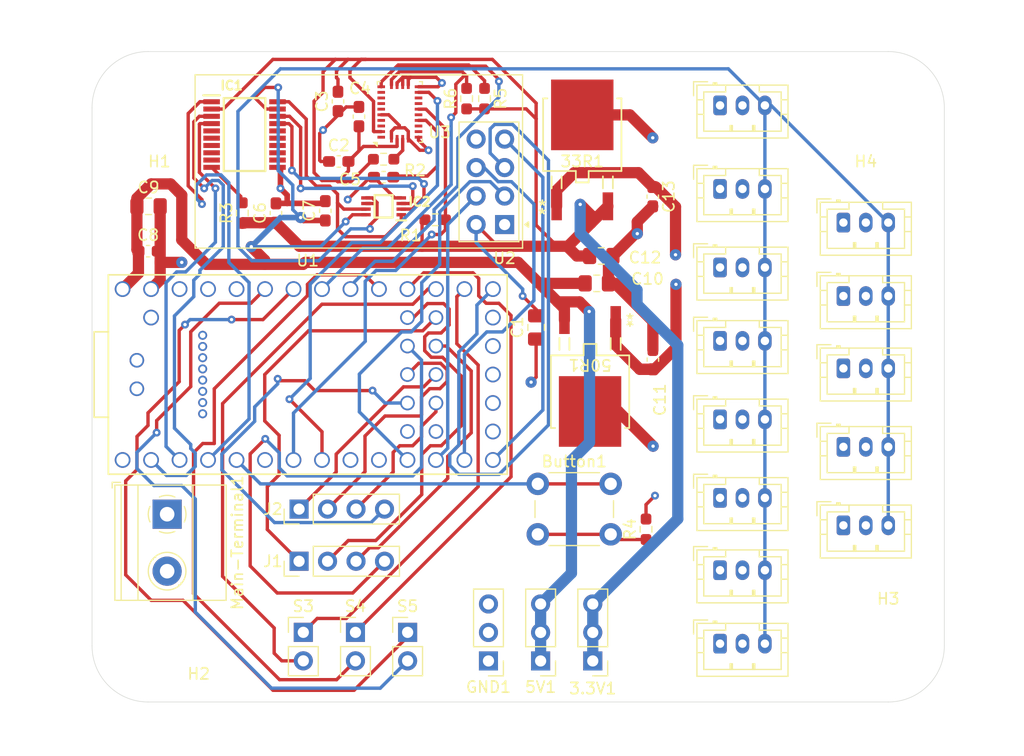
<source format=kicad_pcb>
(kicad_pcb (version 20240108) (generator "pcbnew") (generator_version "8.0")
  (layers (0 "F.Cu" signal) (1 "In1.Cu" signal "PWR") (2 "In2.Cu" signal "GND") (31 "B.Cu" signal) (34 "B.Paste" user) (35 "F.Paste" user) (36 "B.SilkS" user "B.Silkscreen") (37 "F.SilkS" user "F.Silkscreen") (38 "B.Mask" user) (39 "F.Mask" user) (44 "Edge.Cuts" user))
  (net 0 "")
  (net 1 "+3.3V")
  (net 2 "+5V")
  (net 3 "VCC")
  (net 4 "Net-(Button1-Pad2)")
  (net 5 "Net-(U3-CAP)")
  (net 7 "/servo_tx1")
  (net 9 "Net-(IC1-B2)")
  (net 13 "/servo_dir")
  (net 14 "Net-(IC1-B1)")
  (net 15 "Net-(IC1-B3)")
  (net 19 "Net-(IC1-OE)")
  (net 22 "/servo_rx1")
  (net 23 "Net-(IC2-A2)")
  (net 24 "Net-(J1-Pin_2)")
  (net 25 "Net-(J1-Pin_3)")
  (net 26 "Net-(J1-Pin_1)")
  (net 27 "Net-(J1-Pin_4)")
  (net 28 "Net-(J2-Pin_4)")
  (net 29 "Net-(J2-Pin_2)")
  (net 30 "Net-(J2-Pin_1)")
  (net 31 "Net-(J2-Pin_3)")
  (net 32 "/BNO_RESET")
  (net 33 "Net-(U3-~{BOOT_LOAD_PIN})")
  (net 34 "/SDA")
  (net 35 "/SCL")
  (net 36 "/serial_tx3")
  (net 37 "/serial_rx3")
  (net 38 "/serial_rx4")
  (net 39 "/serial_tx5")
  (net 40 "/serial_rx5")
  (net 41 "/NRF_CS")
  (net 42 "/NRF_SCK")
  (net 43 "/BNO_INT")
  (net 47 "/serial_tx4")
  (net 52 "/NRF_MOSI")
  (net 59 "/NRF_CE")
  (net 66 "/NRF_MISO")
  (net 80 "GND")
  (net 81 "/button_pin")
  (footprint "Capacitor_SMD:C_0805_2012Metric_Pad1.18x1.45mm_HandSolder" (layer "F.Cu") (at 114.0375 80)
    (property "Reference" "C9")
    (property "Value" "10uF")
  )
  (footprint "Resistor_SMD:R_0603_1608Metric_Pad0.98x0.95mm_HandSolder" (layer "F.Cu") (at 122.4 80.6 90)
    (property "Reference" "R3")
    (property "Value" "10K")
  )
  (footprint "Connector_PinHeader_2.54mm:PinHeader_1x03_P2.54mm_Vertical" (layer "F.Cu") (at 153.65 120.54 180)
    (property "Reference" "3.3V1")
    (property "Value" "Conn_01x03_Pin")
  )
  (footprint "Capacitor_SMD:C_0805_2012Metric_Pad1.18x1.45mm_HandSolder" (layer "F.Cu") (at 154.41 84.43)
    (property "Reference" "C12")
    (property "Value" "10uF")
  )
  (footprint "Button_Switch_THT:SW_PUSH_6mm" (layer "F.Cu") (at 148.75 104.75)
    (property "Reference" "Button1")
    (property "Value" "Push_Button")
  )
  (footprint "Connector_PinHeader_2.54mm:PinHeader_1x03_P2.54mm_Vertical" (layer "F.Cu") (at 149 120.54 180)
    (property "Reference" "5V1")
    (property "Value" "Conn_01x03_Pin")
  )
  (footprint "Capacitor_SMD:C_0603_1608Metric_Pad1.08x0.95mm_HandSolder" (layer "F.Cu") (at 135 77.4)
    (property "Reference" "C5")
    (property "Value" "0.1uF")
  )
  (footprint "MountingHole:MountingHole_3.2mm_M3" (layer "F.Cu") (at 180 119.2)
    (property "Reference" "H3")
    (property "Value" "MountingHole")
  )
  (footprint "Resistor_SMD:R_0603_1608Metric_Pad0.98x0.95mm_HandSolder" (layer "F.Cu") (at 158.4 108.8 90)
    (property "Reference" "R4")
    (property "Value" "10K")
  )
  (footprint "MountingHole:MountingHole_3.2mm_M3" (layer "F.Cu") (at 180 71.2)
    (property "Reference" "H4")
    (property "Value" "MountingHole")
  )
  (footprint "Connector_PinHeader_2.54mm:PinHeader_1x03_P2.54mm_Vertical" (layer "F.Cu") (at 144.35 120.54 180)
    (property "Reference" "GND1")
    (property "Value" "Conn_01x03_Pin")
  )
  (footprint "Capacitor_SMD:C_0603_1608Metric_Pad1.08x0.95mm_HandSolder" (layer "F.Cu") (at 125.4 80.6 90)
    (property "Reference" "C6")
    (property "Value" "0.1uF")
  )
  (footprint "Capacitor_SMD:C_0603_1608Metric_Pad1.08x0.95mm_HandSolder" (layer "F.Cu") (at 159.01 93.67 90)
    (property "Reference" "C11")
    (property "Value" "0.1uF")
  )
  (footprint "Package_LGA:LGA-28_5.2x3.8mm_P0.5mm" (layer "F.Cu") (at 136.45 71.5875 90)
    (property "Reference" "U3")
    (property "Value" "BNO055")
  )
  (footprint "Resistor_SMD:R_0603_1608Metric_Pad0.98x0.95mm_HandSolder" (layer "F.Cu") (at 144 70.4 -90)
    (property "Reference" "R5")
    (property "Value" "10k")
  )
  (footprint "Resistor_SMD:R_0603_1608Metric_Pad0.98x0.95mm_HandSolder" (layer "F.Cu") (at 142.4 70.4 90)
    (property "Reference" "R6")
    (property "Value" "10k")
  )
  (footprint "MountingHole:MountingHole_3.2mm_M3" (layer "F.Cu") (at 114 71.2)
    (property "Reference" "H1")
    (property "Value" "MountingHole")
  )
  (footprint "Capacitor_SMD:C_0603_1608Metric_Pad1.08x0.95mm_HandSolder" (layer "F.Cu") (at 129.8 80.4 90)
    (property "Reference" "C7")
    (property "Value" "0.1uF")
  )
  (footprint "Connector_JST:JST_PH_B3B-PH-K_1x03_P2.00mm_Vertical" (layer "F.Cu") (at 165 71)
    (property "Reference" "servo11" (hide yes))
    (property "Value" "Conn_01x03_Socket")
  )
  (footprint "Capacitor_SMD:C_0805_2012Metric_Pad1.18x1.45mm_HandSolder" (layer "F.Cu") (at 154.01 86.87)
    (property "Reference" "C10")
    (property "Value" "10uF")
  )
  (footprint "TerminalBlock_Phoenix:TerminalBlock_Phoenix_MKDS-1,5-2-5.08_1x02_P5.08mm_Horizontal" (layer "F.Cu") (at 115.695 107.455 -90)
    (property "Reference" "Main-Terminal1")
    (property "Value" "Main Terminal")
  )
  (footprint "Connector_JST:JST_PH_B3B-PH-K_1x03_P2.00mm_Vertical" (layer "F.Cu") (at 176 108.45)
    (property "Reference" "servo10" (hide yes))
    (property "Value" "Conn_01x03_Socket")
  )
  (footprint "Resistor_SMD:R_0603_1608Metric_Pad0.98x0.95mm_HandSolder" (layer "F.Cu") (at 135 75.8)
    (property "Reference" "R2")
    (property "Value" "10K")
  )
  (footprint "Capacitor_SMD:C_0603_1608Metric_Pad1.08x0.95mm_HandSolder" (layer "F.Cu") (at 131 76)
    (property "Reference" "C2")
    (property "Value" "0.1uF")
  )
  (footprint "Connector_JST:JST_PH_B3B-PH-K_1x03_P2.00mm_Vertical" (layer "F.Cu") (at 165 85.45)
    (property "Reference" "servo1" (hide yes))
    (property "Value" "Conn_01x03_Socket")
  )
  (footprint "Connector_PinHeader_2.54mm:PinHeader_1x02_P2.54mm_Vertical" (layer "F.Cu") (at 132.49 117.99)
    (property "Reference" "S4")
    (property "Value" "SERIAL8")
  )
  (footprint "Connector_JST:JST_PH_B3B-PH-K_1x03_P2.00mm_Vertical" (layer "F.Cu") (at 165 112.45)
    (property "Reference" "servo9" (hide yes))
    (property "Value" "Conn_01x03_Socket")
  )
  (footprint "Connector_JST:JST_PH_B3B-PH-K_1x03_P2.00mm_Vertical" (layer "F.Cu") (at 176 88)
    (property "Reference" "servo3" (hide yes))
    (property "Value" "Conn_01x03_Socket")
  )
  (footprint "Connector_JST:JST_PH_B3B-PH-K_1x03_P2.00mm_Vertical" (layer "F.Cu") (at 176 94.45)
    (property "Reference" "servo7" (hide yes))
    (property "Value" "Conn_01x03_Socket")
  )
  (footprint "NC7WZ241K8X:SOP50P310X90-8N" (layer "F.Cu") (at 135 80 180)
    (property "Reference" "IC2")
    (property "Value" "NC7WZ241K8X" (hide yes))
  )
  (footprint "Connector_JST:JST_PH_B3B-PH-K_1x03_P2.00mm_Vertical" (layer "F.Cu") (at 176 101.45)
    (property "Reference" "servo5" (hide yes))
    (property "Value" "Conn_01x03_Socket")
  )
  (footprint "TXB0108PWR:SOP65P640X120-20N" (layer "F.Cu") (at 122.6 73.6)
    (property "Reference" "IC1")
    (property "Value" "TXB0108PWR" (hide yes))
  )
  (footprint "Connector_JST:JST_PH_B3B-PH-K_1x03_P2.00mm_Vertical" (layer "F.Cu") (at 165 99)
    (property "Reference" "servo8" (hide yes))
    (property "Value" "Conn_01x03_Socket")
  )
  (footprint "MountingHole:MountingHole_3.2mm_M3" (layer "F.Cu") (at 114 119.2)
    (property "Reference" "H2")
    (property "Value" "MountingHole")
  )
  (footprint "footprints:DPAK_STM" (layer "F.Cu") (at 153.41 96.5289 180)
    (property "Reference" "50R1")
    (property "Value" "LD29150DT50R")
  )
  (footprint "Capacitor_SMD:C_0805_2012Metric_Pad1.18x1.45mm_HandSolder" (layer "F.Cu") (at 148.6 90.8 90)
    (property "Reference" "C1")
    (property "Value" "10uF")
  )
  (footprint "Connector_JST:JST_PH_B3B-PH-K_1x03_P2.00mm_Vertical" (layer "F.Cu") (at 165 92)
    (property "Reference" "servo4" (hide yes))
    (property "Value" "Conn_01x03_Socket")
  )
  (footprint "Capacitor_SMD:C_0603_1608Metric_Pad1.08x0.95mm_HandSolder" (layer "F.Cu") (at 159 79.1375 -90)
    (property "Reference" "C13")
    (property "Value" "0.1uF")
  )
  (footprint "footprints:DPAK_STM" (layer "F.Cu") (at 152.714 73.6119)
    (property "Reference" "33R1")
    (property "Value" "LD29150DT33R")
  )
  (footprint "Connector_PinHeader_2.54mm:PinHeader_1x02_P2.54mm_Vertical" (layer "F.Cu") (at 137.14 117.99)
    (property "Reference" "S5")
    (property "Value" "CAN_SERIAL3")
  )
  (footprint "Capacitor_SMD:C_0603_1608Metric_Pad1.08x0.95mm_HandSolder" (layer "F.Cu") (at 132.8 72 90)
    (property "Reference" "C4")
    (property "Value" "0.1uF")
  )
  (footprint "Resistor_SMD:R_0603_1608Metric_Pad0.98x0.95mm_HandSolder" (layer "F.Cu") (at 139.6 81.2)
    (property "Reference" "R1")
    (property "Value" "10K")
  )
  (footprint "Connector_JST:JST_PH_B3B-PH-K_1x03_P2.00mm_Vertical" (layer "F.Cu") (at 176 81.45)
    (property "Reference" "servo2" (hide yes))
    (property "Value" "Conn_01x03_Socket")
  )
  (footprint "Connector_PinHeader_2.54mm:PinHeader_1x04_P2.54mm_Vertical" (layer "F.Cu") (at 127.46 107 90)
    (property "Reference" "J2")
    (property "Value" "Conn_01x04_Pin")
  )
  (footprint "Capacitor_SMD:C_0603_1608Metric_Pad1.08x0.95mm_HandSolder" (layer "F.Cu") (at 130.93 70.6475 90)
    (property "Reference" "C3")
    (property "Value" "0.0068uF")
  )
  (footprint "Connector_PinHeader_2.54mm:PinHeader_1x02_P2.54mm_Vertical" (layer "F.Cu") (at 127.84 117.99)
    (property "Reference" "S3")
    (property "Value" "SERIAL7")
  )
  (footprint "Connector_JST:JST_PH_B3B-PH-K_1x03_P2.00mm_Vertical" (layer "F.Cu") (at 165 106)
    (property "Reference" "servo6" (hide yes))
    (property "Value" "Conn_01x03_Socket")
  )
  (footprint "Connector_JST:JST_PH_B3B-PH-K_1x03_P2.00mm_Vertical" (layer "F.Cu") (at 165 78.45)
    (property "Reference" "servo13" (hide yes))
    (property "Value" "Conn_01x03_Socket")
  )
  (footprint "Capacitor_SMD:C_0603_1608Metric_Pad1.08x0.95mm_HandSolder" (layer "F.Cu") (at 114 84)
    (property "Reference" "C8")
    (property "Value" "0.1uF")
  )
  (footprint "Connector_PinHeader_2.54mm:PinHeader_1x04_P2.54mm_Vertical" (layer "F.Cu") (at 127.46 111.65 90)
    (property "Reference" "J1")
    (property "Value" "Conn_01x04_Pin")
  )
  (footprint "Connector_JST:JST_PH_B3B-PH-K_1x03_P2.00mm_Vertical" (layer "F.Cu") (at 165 119)
    (property "Reference" "servo12" (hide yes))
    (property "Value" "Conn_01x03_Socket")
  )
  (footprint "RF_Module:nRF24L01_Breakout" (layer "F.Cu") (at 145.7895 81.625 180)
    (property "Reference" "U2")
    (property "Value" "NRF24")
  )
  (footprint "teensy.pretty-master:Teensy40_SMT" (layer "F.Cu") (at 128.235 95)
    (property "Reference" "U1")
    (property "Value" "Teensy4.0")
  )
  (gr_line (start 180 66.2) (end 114 66.2) (stroke (width 0.05)) (layer "Edge.Cuts"))
  (gr_line (start 185 119.2) (end 185 71.2) (stroke (width 0.05)) (layer "Edge.Cuts"))
  (gr_arc (start 114 124.2) (mid 110.464466 122.735534) (end 109 119.2) (stroke (width 0.05)) (layer "Edge.Cuts"))
  (gr_line (start 114 124.2) (end 180 124.2) (stroke (width 0.05)) (layer "Edge.Cuts"))
  (gr_arc (start 185 119.2) (mid 183.535534 122.735534) (end 180 124.2) (stroke (width 0.05)) (layer "Edge.Cuts"))
  (gr_arc (start 109 71.2) (mid 110.464466 67.664466) (end 114 66.2) (stroke (width 0.05)) (layer "Edge.Cuts"))
  (gr_line (start 109 71.2) (end 109 119.2) (stroke (width 0.05)) (layer "Edge.Cuts"))
  (gr_arc (start 180 66.2) (mid 183.535534 67.664466) (end 185 71.2) (stroke (width 0.05)) (layer "Edge.Cuts"))
  (segment (start 132 67.9) (end 132 68.5375) (width 0.3) (layer "F.Cu") (net 1))
  (segment (start 124 81.4625) (end 122.45 81.4625) (width 1) (layer "F.Cu") (net 1))
  (segment (start 150.4825 83.5625) (end 148.6 81.68) (width 0.3) (layer "F.Cu") (net 1))
  (segment (start 132.8 72.8625) (end 132.8 75.0625) (width 0.3) (layer "F.Cu") (net 1))
  (segment (start 153.485 80.785) (end 152.53 79.83) (width 1) (layer "F.Cu") (net 1))
  (segment (start 143.2495 81.625) (end 145.187 83.5625) (width 0.3) (layer "F.Cu") (net 1))
  (segment (start 153.485 81.515) (end 153.485 80.785) (width 1) (layer "F.Cu") (net 1))
  (segment (start 132.0875 77.8) (end 130.907107 77.8) (width 0.3) (layer "F.Cu") (net 1))
  (segment (start 130.807107 77.7) (end 129.5 77.7) (width 0.3) (layer "F.Cu") (net 1))
  (segment (start 130.8 68.5375) (end 130.8 67.92) (width 0.3) (layer "F.Cu") (net 1))
  (segment (start 129.6 69.825) (end 129.6 68) (width 0.3) (layer "F.Cu") (net 1))
  (segment (start 133.2 74.6625) (end 136.177 74.6625) (width 0.3) (layer "F.Cu") (net 1))
  (segment (start 130.907107 77.8) (end 130.807107 77.7) (width 0.3) (layer "F.Cu") (net 1))
  (segment (start 119.662 71.325) (end 120.6995 71.325) (width 0.3) (layer "F.Cu") (net 1))
  (segment (start 120.6995 71.325) (end 125.1245 66.9) (width 0.3) (layer "F.Cu") (net 1))
  (segment (start 144.7 66.9) (end 148.6 70.8) (width 0.3) (layer "F.Cu") (net 1))
  (segment (start 147.7125 71.3125) (end 148.6 72.2) (width 0.3) (layer "F.Cu") (net 1))
  (segment (start 136.177 74.6625) (end 136.2 74.6395) (width 0.3) (layer "F.Cu") (net 1))
  (segment (start 138.43 81.4575) (end 138.43 83.5625) (width 0.3) (layer "F.Cu") (net 1))
  (segment (start 130.93 69.785) (end 130.93 68.6675) (width 0.3) (layer "F.Cu") (net 1))
  (segment (start 133.4 66.9) (end 144.7 66.9) (width 0.3) (layer "F.Cu") (net 1))
  (segment (start 151.3625 83.5625) (end 151.4 83.6) (width 1) (layer "F.Cu") (net 1))
  (segment (start 153.485 81.515) (end 151.4 83.6) (width 1) (layer "F.Cu") (net 1))
  (segment (start 125.4 81.4625) (end 124 81.4625) (width 1) (layer "F.Cu") (net 1))
  (segment (start 145.26 83.5625) (end 138.43 83.5625) (width 1) (layer "F.Cu") (net 1))
  (segment (start 148.6 89.2) (end 147.4 88) (width 0.3) (layer "F.Cu") (net 1))
  (segment (start 132 68.5375) (end 134.1 70.6375) (width 0.3) (layer "F.Cu") (net 1))
  (segment (start 136.2 74.6395) (end 136.2 73.975) (width 0.3) (layer "F.Cu") (net 1))
  (segment (start 152.23 84.43) (end 151.4 83.6) (width 1) (layer "F.Cu") (net 1))
  (segment (start 134.1375 73.3375) (end 134.7875 73.3375) (width 0.3) (layer "F.Cu") (net 1))
  (segment (start 129.5 77.7) (end 128.8 77) (width 0.3) (layer "F.Cu") (net 1))
  (segment (start 142.4 71.3125) (end 144 71.3125) (width 0.3) (layer "F.Cu") (net 1))
  (segment (start 130.7 66.9) (end 131.82 66.9) (width 0.3) (layer "F.Cu") (net 1))
  (segment (start 151.3625 83.5625) (end 150.4825 83.5625) (width 0.3) (layer "F.Cu") (net 1))
  (segment (start 134.1 73.3) (end 134.1375 73.3375) (width 0.3) (layer "F.Cu") (net 1))
  (segment (start 131.8625 76.844607) (end 130.907107 77.8) (width 0.3) (layer "F.Cu") (net 1))
  (segment (start 138.43 83.5625) (end 127.5 83.5625) (width 1) (layer "F.Cu") (net 1))
  (segment (start 144 71.3125) (end 147.7125 71.3125) (width 0.3) (layer "F.Cu") (net 1))
  (segment (start 125.1245 66.9) (end 130.7 66.9) (width 0.3) (layer "F.Cu") (net 1))
  (segment (start 134.0875 75.8) (end 132.0875 77.8) (width 0.3) (layer "F.Cu") (net 1))
  (segment (start 133 66.9) (end 132 67.9) (width 0.3) (layer "F.Cu") (net 1))
  (segment (start 128.8 70.625) (end 129.6 69.825) (width 0.3) (layer "F.Cu") (net 1))
  (segment (start 132.8 75.0625) (end 131.8625 76) (width 0.3) (layer "F.Cu") (net 1))
  (segment (start 128.8 77) (end 128.8 70.625) (width 0.3) (layer "F.Cu") (net 1))
  (segment (start 133.4 66.9) (end 133 66.9) (width 0.3) (layer "F.Cu") (net 1))
  (segment (start 131.8625 76) (end 133.2 74.6625) (width 0.3) (layer "F.Cu") (net 1))
  (segment (start 130.93 68.6675) (end 130.8 68.5375) (width 0.3) (layer "F.Cu") (net 1))
  (segment (start 145.187 83.5625) (end 145.26 83.5625) (width 0.3) (layer "F.Cu") (net 1))
  (segment (start 131.82 66.9) (end 133.4 66.9) (width 0.3) (layer "F.Cu") (net 1))
  (segment (start 127.5 83.5625) (end 125.4 81.4625) (width 1) (layer "F.Cu") (net 1))
  (segment (start 130.8 67.92) (end 131.82 66.9) (width 0.3) (layer "F.Cu") (net 1))
  (segment (start 129.6 68) (end 130.7 66.9) (width 0.3) (layer "F.Cu") (net 1))
  (segment (start 148.6 81.68) (end 148.6 72.2) (width 0.3) (layer "F.Cu") (net 1))
  (segment (start 148.6 70.8) (end 148.6 72.2) (width 0.3) (layer "F.Cu") (net 1))
  (segment (start 153.3725 84.43) (end 152.23 84.43) (width 1) (layer "F.Cu") (net 1))
  (segment (start 134.1 70.6375) (end 134.1 73.3) (width 0.3) (layer "F.Cu") (net 1))
  (segment (start 151.3625 83.5625) (end 145.26 83.5625) (width 1) (layer "F.Cu") (net 1))
  (segment (start 131.8625 76) (end 131.8625 76.844607) (width 0.3) (layer "F.Cu") (net 1))
  (segment (start 155 80) (end 153.485 81.515) (width 1) (layer "F.Cu") (net 1))
  (segment (start 138.6875 81.2) (end 138.43 81.4575) (width 0.3) (layer "F.Cu") (net 1))
  (segment (start 122.45 81.4625) (end 122.4 81.5125) (width 1) (layer "F.Cu") (net 1))
  (segment (start 148.6 89.7625) (end 148.6 89.2) (width 0.3) (layer "F.Cu") (net 1))
  (via (at 147.4 88) (size 0.7) (drill 0.3) (layers "F.Cu" "B.Cu") (net 1))
  (via (at 152.53 79.83) (size 1) (drill 0.3) (layers "F.Cu" "B.Cu") (net 1))
  (segment (start 147.4 87.38) (end 147.4 88) (width 0.3) (layer "B.Cu") (net 1))
  (segment (start 161.23 107.88) (end 153.65 115.46) (width 1) (layer "B.Cu") (net 1))
  (segment (start 143.2495 83.2295) (end 147.4 87.38) (width 0.3) (layer "B.Cu") (net 1))
  (segment (start 152.53 82.39) (end 157.597057 87.457057) (width 1) (layer "B.Cu") (net 1))
  (segment (start 147.4 88) (end 147.26 88) (width 0.3) (layer "B.Cu") (net 1))
  (segment (start 143.2495 81.625) (end 143.2495 83.2295) (width 0.3) (layer "B.Cu") (net 1))
  (segment (start 157.597057 87.457057) (end 157.597057 88.747057) (width 1) (layer "B.Cu") (net 1))
  (segment (start 153.65 115.46) (end 153.65 120.54) (width 1) (layer "B.Cu") (net 1))
  (segment (start 152.53 79.83) (end 152.53 82.39) (width 1) (layer "B.Cu") (net 1))
  (segment (start 157.597057 88.747057) (end 161.23 92.38) (width 1) (layer "B.Cu") (net 1))
  (segment (start 161.23 92.38) (end 161.23 107.88) (width 1) (layer "B.Cu") (net 1))
  (segment (start 150.52 88.52) (end 151.124 89.124) (width 1) (layer "F.Cu") (net 2))
  (segment (start 113 80) (end 113 83.8625) (width 1) (layer "F.Cu") (net 2))
  (segment (start 147 85) (end 149.14 87.14) (width 1) (layer "F.Cu") (net 2))
  (segment (start 116.7 78.7) (end 116 78) (width 1) (layer "F.Cu") (net 2))
  (segment (start 125.538 71.325) (end 124.5255 71.325) (width 0.3) (layer "F.Cu") (net 2))
  (segment (start 116 78) (end 114.275 78) (width 1) (layer "F.Cu") (net 2))
  (segment (start 124.4 69.4) (end 125.6 69.4) (width 0.3) (layer "F.Cu") (net 2))
  (segment (start 117 79) (end 116.7 78.7) (width 1) (layer "F.Cu") (net 2))
  (segment (start 151.124 89.124) (end 151.124 90.1408) (width 1) (layer "F.Cu") (net 2))
  (segment (start 124.4 85.175) (end 124.4 84.8) (width 1) (layer "F.Cu") (net 2))
  (segment (start 127.825 85.175) (end 128 85) (width 1) (layer "F.Cu") (net 2))
  (segment (start 114.275 78) (end 113 79.275) (width 1) (layer "F.Cu") (net 2))
  (segment (start 149.41 86.87) (end 149.14 87.14) (width 1) (layer "F.Cu") (net 2))
  (segment (start 113 79.275) (end 113 80) (width 1) (layer "F.Cu") (net 2))
  (segment (start 150.52 88.52) (end 152.47 88.52) (width 1) (layer "F.Cu") (net 2))
  (segment (start 132.23 80.75) (end 131.62 81.36) (width 0.3) (layer "F.Cu") (net 2))
  (segment (start 149.14 87.14) (end 150.52 88.52) (width 1) (layer "F.Cu") (net 2))
  (segment (start 113 83.8625) (end 113.1375 84) (width 1) (layer "F.Cu") (net 2))
  (segment (start 124.4 85.175) (end 127.825 85.175) (width 1) (layer "F.Cu") (net 2))
  (segment (start 117 83) (end 117 79) (width 1) (layer "F.Cu") (net 2))
  (segment (start 113.1375 84) (end 113.1375 85.9675) (width 1) (layer "F.Cu") (net 2))
  (segment (start 128 85) (end 147 85) (width 1) (layer "F.Cu") (net 2))
  (segment (start 123.50025 70.29975) (end 124.4 69.4) (width 0.3) (layer "F.Cu") (net 2))
  (segment (start 129.8 81.2625) (end 127.8625 81.2625) (width 0.5) (layer "F.Cu") (net 2))
  (segment (start 124.4 85.175) (end 119.175 85.175) (width 1) (layer "F.Cu") (net 2))
  (segment (start 152.9725 86.87) (end 149.41 86.87) (width 1) (layer "F.Cu") (net 2))
  (segment (start 152.47 88.52) (end 153.33 89.38) (width 1) (layer "F.Cu") (net 2))
  (segment (start 124.5255 71.325) (end 123.50025 70.29975) (width 0.3) (layer "F.Cu") (net 2))
  (segment (start 133.425 80.75) (end 132.23 80.75) (width 0.3) (layer "F.Cu") (net 2))
  (segment (start 124.4 84.8) (end 123.2 83.6) (width 1) (layer "F.Cu") (net 2))
  (segment (start 113.1375 85.9675) (end 111.725 87.38) (width 1) (layer "F.Cu") (net 2))
  (segment (start 127.8625 81.2625) (end 127.6 81) (width 0.5) (layer "F.Cu") (net 2))
  (segment (start 119.175 85.175) (end 117 83) (width 1) (layer "F.Cu") (net 2))
  (via (at 131.62 81.36) (size 0.7) (drill 0.3) (layers "F.Cu" "B.Cu") (net 2))
  (via (at 123.2 83.6) (size 1) (drill 0.3) (layers "F.Cu" "B.Cu") (net 2))
  (via (at 127.6 81) (size 1) (drill 0.3) (layers "F.Cu" "B.Cu") (net 2))
  (via (at 153.33 89.38) (size 1) (drill 0.3) (layers "F.Cu" "B.Cu") (net 2))
  (via (at 125.6 69.4) (size 0.7) (drill 0.3) (layers "F.Cu" "B.Cu") (net 2))
  (segment (start 149 115.46) (end 149 120.54) (width 1) (layer "B.Cu") (net 2))
  (segment (start 153.33 89.38) (end 153.36 89.41) (width 1) (layer "B.Cu") (net 2))
  (segment (start 127.6 81) (end 125.8 81) (width 0.5) (layer "B.Cu") (net 2))
  (segment (start 126.9 78.11005) (end 126.9 80.3) (width 0.3) (layer "B.Cu") (net 2))
  (segment (start 125.6 69.4) (end 125.6 76.81005) (width 0.3) (layer "B.Cu") (net 2))
  (segment (start 151.75 112.71) (end 149 115.46) (width 1) (layer "B.Cu") (net 2))
  (segment (start 125.8 81) (end 123.2 83.6) (width 0.5) (layer "B.Cu") (net 2))
  (segment (start 126.9 80.3) (end 127.6 81) (width 0.3) (layer "B.Cu") (net 2))
  (segment (start 153.36 101.05) (end 151.75 102.66) (width 1) (layer "B.Cu") (net 2))
  (segment (start 129.38 83.6) (end 123.2 83.6) (width 0.3) (layer "B.Cu") (net 2))
  (segment (start 153.36 89.41) (end 153.36 101.05) (width 1) (layer "B.Cu") (net 2))
  (segment (start 125.6 76.81005) (end 126.9 78.11005) (width 0.3) (layer "B.Cu") (net 2))
  (segment (start 151.75 102.66) (end 151.75 112.71) (width 1) (layer "B.Cu") (net 2))
  (segment (start 131.62 81.36) (end 129.38 83.6) (width 0.3) (layer "B.Cu") (net 2))
  (segment (start 155.696 90.1408) (end 155.696 92.3854) (width 1) (layer "F.Cu") (net 3))
  (segment (start 152 77) (end 157.725 77) (width 1) (layer "F.Cu") (net 3))
  (segment (start 159.154906 94.5325) (end 161.07 92.617406) (width 1) (layer "F.Cu") (net 3))
  (segment (start 157.8431 94.5325) (end 159.01 94.5325) (width 1) (layer "F.Cu") (net 3))
  (segment (start 159 78.275) (end 159.265 78.275) (width 1) (layer "F.Cu") (net 3))
  (segment (start 161.03 80.04) (end 161.03 84.32) (width 1) (layer "F.Cu") (net 3))
  (segment (start 159.265 78.275) (end 161.03 80.04) (width 1) (layer "F.Cu") (net 3))
  (segment (start 150.428 78.572) (end 152 77) (width 1) (layer "F.Cu") (net 3))
  (segment (start 157.725 77) (end 159 78.275) (width 1) (layer "F.Cu") (net 3))
  (segment (start 161.07 92.617406) (end 161.07 86.96) (width 1) (layer "F.Cu") (net 3))
  (segment (start 157.8431 94.5325) (end 159.154906 94.5325) (width 1) (layer "F.Cu") (net 3))
  (segment (start 155.696 92.3854) (end 157.8431 94.5325) (width 1) (layer "F.Cu") (net 3))
  (segment (start 150.428 80) (end 150.428 78.572) (width 1) (layer "F.Cu") (net 3))
  (via (at 161.07 86.96) (size 1) (drill 0.3) (layers "F.Cu" "B.Cu") (net 3))
  (via (at 161.03 84.32) (size 1) (drill 0.3) (layers "F.Cu" "B.Cu") (net 3))
  (segment (start 148.75 109.25) (end 155.25 109.25) (width 0.3) (layer "F.Cu") (net 4))
  (segment (start 155.7125 109.7125) (end 155.25 109.25) (width 0.3) (layer "F.Cu") (net 4))
  (segment (start 158.4 109.7125) (end 155.7125 109.7125) (width 0.3) (layer "F.Cu") (net 4))
  (segment (start 135.9625 77.3) (end 135.8625 77.4) (width 0.3) (layer "F.Cu") (net 5))
  (segment (start 138.777 72.3375) (end 139.8 73.3605) (width 0.3) (layer "F.Cu") (net 5))
  (segment (start 139.8 76.4) (end 138.9 77.3) (width 0.3) (layer "F.Cu") (net 5))
  (segment (start 138.9 77.3) (end 135.9625 77.3) (width 0.3) (layer "F.Cu") (net 5))
  (segment (start 139.8 73.3605) (end 139.8 76.4) (width 0.3) (layer "F.Cu") (net 5))
  (segment (start 138.1125 72.3375) (end 138.777 72.3375) (width 0.3) (layer "F.Cu") (net 5))
  (segment (start 118.5745 72.675) (end 118.5745 76.9745) (width 0.3) (layer "F.Cu") (net 7))
  (segment (start 118.6245 72.625) (end 118.5745 72.675) (width 0.3) (layer "F.Cu") (net 7))
  (segment (start 119.662 72.625) (end 118.6245 72.625) (width 0.3) (layer "F.Cu") (net 7))
  (segment (start 118.5745 76.9745) (end 120 78.4) (width 0.3) (layer "F.Cu") (net 7))
  (via (at 120 78.4) (size 0.7) (drill 0.3) (layers "F.Cu" "B.Cu") (net 7))
  (segment (start 120 83.202082) (end 117.352082 85.85) (width 0.3) (layer "B.Cu") (net 7))
  (segment (start 116.55 85.85) (end 115.6 86.8) (width 0.3) (layer "B.Cu") (net 7))
  (segment (start 117.352082 85.85) (end 116.55 85.85) (width 0.3) (layer "B.Cu") (net 7))
  (segment (start 115.6 101.415) (end 116.805 102.62) (width 0.3) (layer "B.Cu") (net 7))
  (segment (start 120 78.4) (end 120 83.202082) (width 0.3) (layer "B.Cu") (net 7))
  (segment (start 115.6 86.8) (end 115.6 101.415) (width 0.3) (layer "B.Cu") (net 7))
  (segment (start 136.575 79.75) (end 137.35 79.75) (width 0.3) (layer "F.Cu") (net 9))
  (segment (start 127.6 78.4) (end 127.6 72.967393) (width 0.3) (layer "F.Cu") (net 9))
  (segment (start 127.6 72.967393) (end 126.607607 71.975) (width 0.3) (layer "F.Cu") (net 9))
  (segment (start 137.6 79.5) (end 137.6 78.2) (width 0.3) (layer "F.Cu") (net 9))
  (segment (start 126.607607 71.975) (end 125.538 71.975) (width 0.3) (layer "F.Cu") (net 9))
  (segment (start 137.35 79.75) (end 137.6 79.5) (width 0.3) (layer "F.Cu") (net 9))
  (via (at 137.6 78.2) (size 0.7) (drill 0.3) (layers "F.Cu" "B.Cu") (net 9))
  (via (at 127.6 78.4) (size 0.7) (drill 0.3) (layers "F.Cu" "B.Cu") (net 9))
  (segment (start 133.6 78.4) (end 133.8 78.2) (width 0.3) (layer "B.Cu") (net 9))
  (segment (start 133.8 78.2) (end 137.6 78.2) (width 0.3) (layer "B.Cu") (net 9))
  (segment (start 127.6 78.4) (end 133.6 78.4) (width 0.3) (layer "B.Cu") (net 9))
  (segment (start 118.8 79.4) (end 118.8 79.8) (width 0.3) (layer "F.Cu") (net 13))
  (segment (start 117.5745 71.725) (end 117.5745 78.1745) (width 0.3) (layer "F.Cu") (net 13))
  (segment (start 117.5745 78.1745) (end 118.8 79.4) (width 0.3) (layer "F.Cu") (net 13))
  (segment (start 119.662 70.675) (end 118.6245 70.675) (width 0.3) (layer "F.Cu") (net 13))
  (segment (start 118.6245 70.675) (end 117.5745 71.725) (width 0.3) (layer "F.Cu") (net 13))
  (via (at 118.8 79.8) (size 0.7) (drill 0.3) (layers "F.Cu" "B.Cu") (net 13))
  (segment (start 123 86.8) (end 123 98.965) (width 0.3) (layer "B.Cu") (net 13))
  (segment (start 118.3 79.3) (end 118.3 78.11005) (width 0.3) (layer "B.Cu") (net 13))
  (segment (start 118.3 78.11005) (end 119.21005 77.2) (width 0.3) (layer "B.Cu") (net 13))
  (segment (start 121.2 77.902943) (end 121.2 85) (width 0.3) (layer "B.Cu") (net 13))
  (segment (start 120.497057 77.2) (end 121.2 77.902943) (width 0.3) (layer "B.Cu") (net 13))
  (segment (start 123 98.965) (end 119.345 102.62) (width 0.3) (layer "B.Cu") (net 13))
  (segment (start 119.21005 77.2) (end 120.497057 77.2) (width 0.3) (layer "B.Cu") (net 13))
  (segment (start 121.2 85) (end 123 86.8) (width 0.3) (layer "B.Cu") (net 13))
  (segment (start 118.8 79.8) (end 118.3 79.3) (width 0.3) (layer "B.Cu") (net 13))
  (segment (start 130.89 79.69) (end 130.89 78.91) (width 0.3) (layer "F.Cu") (net 14))
  (segment (start 128.1 72.2245) (end 126.5505 70.675) (width 0.3) (layer "F.Cu") (net 14))
  (segment (start 136.575 81.285) (end 136.575 80.75) (width 0.3) (layer "F.Cu") (net 14))
  (segment (start 131.59 82.71) (end 135.15 82.71) (width 0.3) (layer "F.Cu") (net 14))
  (segment (start 129 78.2) (end 128.1 77.3) (width 0.3) (layer "F.Cu") (net 14))
  (segment (start 133.425 80.25) (end 131.45 80.25) (width 0.3) (layer "F.Cu") (net 14))
  (segment (start 130.89 82.01) (end 131.59 82.71) (width 0.3) (layer "F.Cu") (net 14))
  (segment (start 130.89 79.69) (end 130.89 82.01) (width 0.3) (layer "F.Cu") (net 14))
  (segment (start 135.15 82.71) (end 136.575 81.285) (width 0.3) (layer "F.Cu") (net 14))
  (segment (start 126.5505 70.675) (end 125.538 70.675) (width 0.3) (layer "F.Cu") (net 14))
  (segment (start 131.45 80.25) (end 130.89 79.69) (width 0.3) (layer "F.Cu") (net 14))
  (segment (start 128.1 77.3) (end 128.1 72.2245) (width 0.3) (layer "F.Cu") (net 14))
  (segment (start 130.18 78.2) (end 129 78.2) (width 0.3) (layer "F.Cu") (net 14))
  (segment (start 130.89 78.91) (end 130.18 78.2) (width 0.3) (layer "F.Cu") (net 14))
  (segment (start 137.557106 80.25) (end 138.6 79.207106) (width 0.3) (layer "F.Cu") (net 15))
  (segment (start 126.82302 76.802194) (end 126.82302 72.89752) (width 0.3) (layer "F.Cu") (net 15))
  (segment (start 138.6 79.207106) (end 138.6 78) (width 0.3) (layer "F.Cu") (net 15))
  (segment (start 136.575 80.25) (end 137.557106 80.25) (width 0.3) (layer "F.Cu") (net 15))
  (segment (start 126.82302 72.89752) (end 126.5505 72.625) (width 0.3) (layer "F.Cu") (net 15))
  (segment (start 126.5505 72.625) (end 125.538 72.625) (width 0.3) (layer "F.Cu") (net 15))
  (via (at 138.6 78) (size 0.7) (drill 0.3) (layers "F.Cu" "B.Cu") (net 15))
  (via (at 126.82302 76.802194) (size 0.7) (drill 0.3) (layers "F.Cu" "B.Cu") (net 15))
  (segment (start 127.530826 77.51) (end 137.30005 77.51) (width 0.3) (layer "B.Cu") (net 15))
  (segment (start 137.31005 77.5) (end 138.1 77.5) (width 0.3) (layer "B.Cu") (net 15))
  (segment (start 138.1 77.5) (end 138.6 78) (width 0.3) (layer "B.Cu") (net 15))
  (segment (start 126.82302 76.802194) (end 127.530826 77.51) (width 0.3) (layer "B.Cu") (net 15))
  (segment (start 137.30005 77.51) (end 137.31005 77.5) (width 0.3) (layer "B.Cu") (net 15))
  (segment (start 122.4 79.6875) (end 122.25625 79.54375) (width 0.3) (layer "F.Cu") (net 19))
  (segment (start 122.062 79.3495) (end 122.4 79.6875) (width 0.3) (layer "F.Cu") (net 19))
  (segment (start 122.25625 79.54375) (end 122.25625 79.11925) (width 0.3) (layer "F.Cu") (net 19))
  (segment (start 122.25625 79.11925) (end 119.662 76.525) (width 0.3) (layer "F.Cu") (net 19))
  (segment (start 118.567394 71.975) (end 118.0745 72.467894) (width 0.3) (layer "F.Cu") (net 22))
  (segment (start 118.0745 77.4745) (end 119 78.4) (width 0.3) (layer "F.Cu") (net 22))
  (segment (start 118.0745 72.467894) (end 118.0745 77.4745) (width 0.3) (layer "F.Cu") (net 22))
  (segment (start 119.662 71.975) (end 118.567394 71.975) (width 0.3) (layer "F.Cu") (net 22))
  (via (at 119 78.4) (size 0.7) (drill 0.3) (layers "F.Cu" "B.Cu") (net 22))
  (segment (start 116.35 99.79) (end 117.8 101.24) (width 0.3) (layer "B.Cu") (net 22))
  (segment (start 118.62 85.7) (end 118.62 86.04) (width 0.3) (layer "B.Cu") (net 22))
  (segment (start 118.62 86.04) (end 118.07 86.59) (width 0.3) (layer "B.Cu") (net 22))
  (segment (start 117.8 101.24) (end 117.8 101.6) (width 0.3) (layer "B.Cu") (net 22))
  (segment (start 115.645 104) (end 114.265 102.62) (width 0.3) (layer "B.Cu") (net 22))
  (segment (start 118.07 88.05) (end 116.35 89.77) (width 0.3) (layer "B.Cu") (net 22))
  (segment (start 120.28995 77.7) (end 120.7 78.11005) (width 0.3) (layer "B.Cu") (net 22))
  (segment (start 118.07 86.59) (end 118.07 88.05) (width 0.3) (layer "B.Cu") (net 22))
  (segment (start 117.8 101.6) (end 118.2 102) (width 0.3) (layer "B.Cu") (net 22))
  (segment (start 119.7 77.7) (end 120.28995 77.7) (width 0.3) (layer "B.Cu") (net 22))
  (segment (start 119 78.4) (end 119.7 77.7) (width 0.3) (layer "B.Cu") (net 22))
  (segment (start 120.7 83.62) (end 118.62 85.7) (width 0.3) (layer "B.Cu") (net 22))
  (segment (start 118.2 102) (end 118.2 103.2) (width 0.3) (layer "B.Cu") (net 22))
  (segment (start 116.35 89.77) (end 116.35 99.79) (width 0.3) (layer "B.Cu") (net 22))
  (segment (start 118.2 103.2) (end 117.4 104) (width 0.3) (layer "B.Cu") (net 22))
  (segment (start 120.7 78.11005) (end 120.7 83.62) (width 0.3) (layer "B.Cu") (net 22))
  (segment (start 117.4 104) (end 115.645 104) (width 0.3) (layer "B.Cu") (net 22))
  (segment (start 134.41 81.04) (end 133.78 81.67) (width 0.3) (layer "F.Cu") (net 23))
  (segment (start 133.78 81.67) (end 133.78 82.01) (width 0.3) (layer "F.Cu") (net 23))
  (segment (start 134.33 79.75) (end 133.425 79.75) (width 0.3) (layer "F.Cu") (net 23))
  (segment (start 134.41 79.67) (end 134.33 79.75) (width 0.3) (layer "F.Cu") (net 23))
  (segment (start 134.41 79.67) (end 134.41 81.04) (width 0.3) (layer "F.Cu") (net 23))
  (segment (start 133.425 79.25) (end 133.99 79.25) (width 0.3) (layer "F.Cu") (net 23))
  (segment (start 133.99 79.25) (end 134.41 79.67) (width 0.3) (layer "F.Cu") (net 23))
  (via (at 133.78 82.01) (size 0.7) (drill 0.3) (layers "F.Cu" "B.Cu") (net 23))
  (segment (start 169.55 71) (end 180 81.45) (width 0.3) (layer "B.Cu") (net 23))
  (segment (start 122.01 83.612082) (end 122.01 71.53) (width 0.3) (layer "B.Cu") (net 23))
  (segment (start 122.01 71.53) (end 125.8 67.74) (width 0.3) (layer "B.Cu") (net 23))
  (segment (start 129.23 84.85) (end 123.247918 84.85) (width 0.3) (layer "B.Cu") (net 23))
  (segment (start 123.247918 84.85) (end 122.01 83.612082) (width 0.3) (layer "B.Cu") (net 23))
  (segment (start 180 81.45) (end 180 108.45) (width 0.3) (layer "B.Cu") (net 23))
  (segment (start 169 71) (end 169 119) (width 0.3) (layer "B.Cu") (net 23))
  (segment (start 125.8 67.74) (end 165.74 67.74) (width 0.3) (layer "B.Cu") (net 23))
  (segment (start 169 71) (end 169.55 71) (width 0.3) (layer "B.Cu") (net 23))
  (segment (start 132.07 82.01) (end 129.23 84.85) (width 0.3) (layer "B.Cu") (net 23))
  (segment (start 165.74 67.74) (end 169 71) (width 0.3) (layer "B.Cu") (net 23))
  (segment (start 133.78 82.01) (end 132.07 82.01) (width 0.3) (layer "B.Cu") (net 23))
  (segment (start 140.84 90.58) (end 140.84 89.16) (width 0.3) (layer "F.Cu") (net 24))
  (segment (start 138.996054 91.296053) (end 140.123947 91.296053) (width 0.3) (layer "F.Cu") (net 24))
  (segment (start 140.35 88.67) (end 138.91 88.67) (width 0.3) (layer "F.Cu") (net 24))
  (segment (start 140.123947 91.296053) (end 140.84 90.58) (width 0.3) (layer "F.Cu") (net 24))
  (segment (start 139.249958 93.462) (end 138.663 92.875042) (width 0.3) (layer "F.Cu") (net 24))
  (segment (start 137.66 89.92) (end 137.125 89.92) (width 0.3) (layer "F.Cu") (net 24))
  (segment (start 138.663 91.629107) (end 138.996054 91.296053) (width 0.3) (layer "F.Cu") (net 24))
  (segment (start 139.17 101.35) (end 140.14 101.35) (width 0.3) (layer "F.Cu") (net 24))
  (segment (start 131.85 109.8) (end 134.3 109.8) (width 0.3) (layer "F.Cu") (net 24))
  (segment (start 130 111.65) (end 131.85 109.8) (width 0.3) (layer "F.Cu") (net 24))
  (segment (start 138.91 88.67) (end 137.66 89.92) (width 0.3) (layer "F.Cu") (net 24))
  (segment (start 140.14 101.35) (end 141.99 99.5) (width 0.3) (layer "F.Cu") (net 24))
  (segment (start 140.251149 93.462) (end 139.249958 93.462) (width 0.3) (layer "F.Cu") (net 24))
  (segment (start 138.663 92.875042) (end 138.663 91.629107) (width 0.3) (layer "F.Cu") (net 24))
  (segment (start 141.99 99.5) (end 141.99 95.200851) (width 0.3) (layer "F.Cu") (net 24))
  (segment (start 141.99 95.200851) (end 140.251149 93.462) (width 0.3) (layer "F.Cu") (net 24))
  (segment (start 138.4 102.12) (end 139.17 101.35) (width 0.3) (layer "F.Cu") (net 24))
  (segment (start 138.4 105.7) (end 138.4 102.12) (width 0.3) (layer "F.Cu") (net 24))
  (segment (start 134.3 109.8) (end 138.4 105.7) (width 0.3) (layer "F.Cu") (net 24))
  (segment (start 140.84 89.16) (end 140.35 88.67) (width 0.3) (layer "F.Cu") (net 24))
  (segment (start 134.521041 110.45) (end 140.717 104.254041) (width 0.3) (layer "F.Cu") (net 25))
  (segment (start 140.587067 92.46) (end 139.665 92.46) (width 0.3) (layer "F.Cu") (net 25))
  (segment (start 133.74 110.45) (end 134.521041 110.45) (width 0.3) (layer "F.Cu") (net 25))
  (segment (start 132.54 111.65) (end 133.74 110.45) (width 0.3) (layer "F.Cu") (net 25))
  (segment (start 142.81 94.682933) (end 140.587067 92.46) (width 0.3) (layer "F.Cu") (net 25))
  (segment (start 142.81 100.2) (end 142.81 94.682933) (width 0.3) (layer "F.Cu") (net 25))
  (segment (start 140.717 104.254041) (end 140.717 102.293) (width 0.3) (layer "F.Cu") (net 25))
  (segment (start 140.717 102.293) (end 142.81 100.2) (width 0.3) (layer "F.Cu") (net 25))
  (segment (start 127.46 111.65) (end 124.63 108.82) (width 0.3) (layer "F.Cu") (net 26))
  (segment (start 124.4 95) (end 128.3 91.1) (width 0.3) (layer "F.Cu") (net 26))
  (segment (start 124.4 99.14) (end 124.4 95) (width 0.3) (layer "F.Cu") (net 26))
  (segment (start 138.485 91.1) (end 139.665 89.92) (width 0.3) (layer "F.Cu") (net 26))
  (segment (start 124.63 108.82) (end 124.63 105) (width 0.3) (layer "F.Cu") (net 26))
  (segment (start 124.63 105) (end 125.68 103.95) (width 0.3) (layer "F.Cu") (net 26))
  (segment (start 125.68 103.95) (end 125.68 100.42) (width 0.3) (layer "F.Cu") (net 26))
  (segment (start 125.68 100.42) (end 124.4 99.14) (width 0.3) (layer "F.Cu") (net 26))
  (segment (start 128.3 91.1) (end 138.485 91.1) (width 0.3) (layer "F.Cu") (net 26))
  (segment (start 135.08 111.65) (end 132.25 114.48) (width 0.3) (layer "F.Cu") (net 27))
  (segment (start 123.1 102.08) (end 124.445 100.735) (width 0.3) (layer "F.Cu") (net 27))
  (segment (start 125.51 114.48) (end 123.1 112.07) (width 0.3) (layer "F.Cu") (net 27))
  (segment (start 132.25 114.48) (end 125.51 114.48) (width 0.3) (layer "F.Cu") (net 27))
  (segment (start 123.1 112.07) (end 123.1 102.08) (width 0.3) (layer "F.Cu") (net 27))
  (segment (start 124.445 100.735) (end 124.445 100.685) (width 0.3) (layer "F.Cu") (net 27))
  (via (at 124.445 100.735) (size 0.7) (drill 0.3) (layers "F.Cu" "B.Cu") (net 27))
  (segment (start 137.59 104.04) (end 138.38 103.25) (width 0.3) (layer "B.Cu") (net 27))
  (segment (start 124.445 100.735) (end 125.7 101.99) (width 0.3) (layer "B.Cu") (net 27))
  (segment (start 126.4 104.04) (end 137.59 104.04) (width 0.3) (layer "B.Cu") (net 27))
  (segment (start 125.7 103.34) (end 126.4 104.04) (width 0.3) (layer "B.Cu") (net 27))
  (segment (start 138.38 103.25) (end 138.38 93.715) (width 0.3) (layer "B.Cu") (net 27))
  (segment (start 138.38 93.715) (end 137.125 92.46) (width 0.3) (layer "B.Cu") (net 27))
  (segment (start 125.7 101.99) (end 125.7 103.34) (width 0.3) (layer "B.Cu") (net 27))
  (segment (start 125.724975 95.55) (end 127.98 95.55) (width 0.3) (layer "F.Cu") (net 28))
  (segment (start 125.554975 95.38) (end 125.724975 95.55) (width 0.3) (layer "F.Cu") (net 28))
  (segment (start 127.98 95.55) (end 128.86 96.43) (width 0.3) (layer "F.Cu") (net 28))
  (segment (start 128.86 96.43) (end 134.01 96.43) (width 0.3) (layer "F.Cu") (net 28))
  (via (at 134.01 96.43) (size 0.7) (drill 0.3) (layers "F.Cu" "B.Cu") (net 28))
  (via (at 125.554975 95.38) (size 0.7) (drill 0.3) (layers "F.Cu" "B.Cu") (net 28))
  (segment (start 120.58 102.092106) (end 120.58 103.51) (width 0.3) (layer "B.Cu") (net 28))
  (segment (start 120.58 103.51) (end 125.27 108.2) (width 0.3) (layer "B.Cu") (net 28))
  (segment (start 125.554975 95.38) (end 125.554975 95.835025) (width 0.3) (layer "B.Cu") (net 28))
  (segment (start 125.27 108.2) (end 133.88 108.2) (width 0.3) (layer "B.Cu") (net 28))
  (segment (start 137.125 97.54) (end 135.12 97.54) (width 0.3) (layer "B.Cu") (net 28))
  (segment (start 135.12 97.54) (end 134.01 96.43) (width 0.3) (layer "B.Cu") (net 28))
  (segment (start 125.554975 95.835025) (end 123.5 97.89) (width 0.3) (layer "B.Cu") (net 28))
  (segment (start 123.5 99.172106) (end 120.58 102.092106) (width 0.3) (layer "B.Cu") (net 28))
  (segment (start 123.5 97.89) (end 123.5 99.172106) (width 0.3) (layer "B.Cu") (net 28))
  (segment (start 133.88 108.2) (end 135.08 107) (width 0.3) (layer "B.Cu") (net 28))
  (segment (start 138.127 93.998) (end 137.125 95) (width 0.3) (layer "F.Cu") (net 29))
  (segment (start 138.26 98.7) (end 138.38 98.58) (width 0.3) (layer "F.Cu") (net 29))
  (segment (start 140.667 94.584958) (end 140.080042 93.998) (width 0.3) (layer "F.Cu") (net 29))
  (segment (start 140.667 95.613) (end 140.667 94.584958) (width 0.3) (layer "F.Cu") (net 29))
  (segment (start 133.34 103.66) (end 133.34 100.483) (width 0.3) (layer "F.Cu") (net 29))
  (segment (start 138.38 96.992107) (end 139.112107 96.26) (width 0.3) (layer "F.Cu") (net 29))
  (segment (start 140.02 96.26) (end 140.667 95.613) (width 0.3) (layer "F.Cu") (net 29))
  (segment (start 138.38 98.58) (end 138.38 96.992107) (width 0.3) (layer "F.Cu") (net 29))
  (segment (start 139.112107 96.26) (end 140.02 96.26) (width 0.3) (layer "F.Cu") (net 29))
  (segment (start 140.080042 93.998) (end 138.127 93.998) (width 0.3) (layer "F.Cu") (net 29))
  (segment (start 130 107) (end 133.34 103.66) (width 0.3) (layer "F.Cu") (net 29))
  (segment (start 133.34 100.483) (end 135.123 98.7) (width 0.3) (layer "F.Cu") (net 29))
  (segment (start 135.123 98.7) (end 138.26 98.7) (width 0.3) (layer "F.Cu") (net 29))
  (segment (start 136.77 96.1) (end 138.565 96.1) (width 0.3) (layer "F.Cu") (net 30))
  (segment (start 127.46 107) (end 130.77 103.69) (width 0.3) (layer "F.Cu") (net 30))
  (segment (start 130.77 103.69) (end 130.77 102.1) (width 0.3) (layer "F.Cu") (net 30))
  (segment (start 138.565 96.1) (end 139.665 95) (width 0.3) (layer "F.Cu") (net 30))
  (segment (start 130.77 102.1) (end 136.77 96.1) (width 0.3) (layer "F.Cu") (net 30))
  (segment (start 139.665 98.325) (end 139.665 97.54) (width 0.3) (layer "F.Cu") (net 31))
  (segment (start 138.38 99.61) (end 139.665 98.325) (width 0.3) (layer "F.Cu") (net 31))
  (segment (start 137.59 101.35) (end 138.38 100.56) (width 0.3) (layer "F.Cu") (net 31))
  (segment (start 135.85 103.69) (end 135.85 101.94) (width 0.3) (layer "F.Cu") (net 31))
  (segment (start 132.54 107) (end 135.85 103.69) (width 0.3) (layer "F.Cu") (net 31))
  (segment (start 135.85 101.94) (end 136.44 101.35) (width 0.3) (layer "F.Cu") (net 31))
  (segment (start 136.44 101.35) (end 137.59 101.35) (width 0.3) (layer "F.Cu") (net 31))
  (segment (start 138.38 100.56) (end 138.38 99.61) (width 0.3) (layer "F.Cu") (net 31))
  (segment (start 140.5125 82.0875) (end 140.0875 82.5125) (width 0.3) (layer "F.Cu") (net 32))
  (segment (start 139.2875 82.5125) (end 139.2 82.6) (width 0.3) (layer "F.Cu") (net 32))
  (segment (start 138.777 71.3375) (end 138.1125 71.3375) (width 0.3) (layer "F.Cu") (net 32))
  (segment (start 140.5125 81.2) (end 140.5125 73.073) (width 0.3) (layer "F.Cu") (net 32))
  (segment (start 140.5125 73.073) (end 138.777 71.3375) (width 0.3) (layer "F.Cu") (net 32))
  (segment (start 140.5125 81.2) (end 140.5125 82.0875) (width 0.3) (layer "F.Cu") (net 32))
  (segment (start 140.0875 82.5125) (end 139.2875 82.5125) (width 0.3) (layer "F.Cu") (net 32))
  (via (at 139.2875 82.5125) (size 0.7) (drill 0.3) (layers "F.Cu" "B.Cu") (net 32))
  (segment (start 126.965 98.435) (end 126.965 102.62) (width 0.3) (layer "B.Cu") (net 32))
  (segment (start 139.2875 82.5125) (end 136.08 85.72) (width 0.3) (layer "B.Cu") (net 32))
  (segment (start 134.330623 85.72) (end 133.36 86.690623) (width 0.3) (layer "B.Cu") (net 32))
  (segment (start 133.36 92.04) (end 126.965 98.435) (width 0.3) (layer "B.Cu") (net 32))
  (segment (start 136.08 85.72) (end 134.330623 85.72) (width 0.3) (layer "B.Cu") (net 32))
  (segment (start 133.36 86.690623) (end 133.36 92.04) (width 0.3) (layer "B.Cu") (net 32))
  (segment (start 136.7 75.0125) (end 136.7 73.975) (width 0.3) (layer "F.Cu") (net 33))
  (segment (start 135.9125 75.8) (end 136.7 75.0125) (width 0.3) (layer "F.Cu") (net 33))
  (segment (start 136.298 67.4) (end 142.6 67.4) (width 0.3) (layer "F.Cu") (net 34))
  (segment (start 144 68.8) (end 144 69.4875) (width 0.3) (layer "F.Cu") (net 34))
  (segment (start 144.09 67.5) (end 136.198 67.5) (width 0.3) (layer "F.Cu") (net 34))
  (segment (start 134.7875 68.9105) (end 135.504 68.194) (width 0.3) (layer "F.Cu") (net 34))
  (segment (start 136.198 67.5) (end 135.504 68.194) (width 0.3) (layer "F.Cu") (net 34))
  (segment (start 145.28 68.86) (end 145.28 68.69) (width 0.3) (layer "F.Cu") (net 34))
  (segment (start 134.7875 69.3375) (end 134.7875 68.9105) (width 0.3) (layer "F.Cu") (net 34))
  (segment (start 142.6 67.4) (end 144 68.8) (width 0.3) (layer "F.Cu") (net 34))
  (segment (start 135.504 68.194) (end 136.298 67.4) (width 0.3) (layer "F.Cu") (net 34))
  (segment (start 145.28 68.69) (end 144.09 67.5) (width 0.3) (layer "F.Cu") (net 34))
  (via (at 145.28 68.86) (size 0.7) (drill 0.3) (layers "F.Cu" "B.Cu") (net 34))
  (segment (start 139.5 80.292894) (end 139.5 81.21) (width 0.3) (layer "B.Cu") (net 34))
  (segment (start 134.24 84.9) (end 132.045 87.095) (width 0.3) (layer "B.Cu") (net 34))
  (segment (start 132.045 87.095) (end 132.045 87.38) (width 0.3) (layer "B.Cu") (net 34))
  (segment (start 139.5 81.21) (end 135.81 84.9) (width 0.3) (layer "B.Cu") (net 34))
  (segment (start 145.28 70.277443) (end 141.62 73.937443) (width 0.3) (layer "B.Cu") (net 34))
  (segment (start 141.62 78.172894) (end 139.5 80.292894) (width 0.3) (layer "B.Cu") (net 34))
  (segment (start 135.81 84.9) (end 134.24 84.9) (width 0.3) (layer "B.Cu") (net 34))
  (segment (start 145.28 68.86) (end 145.28 70.277443) (width 0.3) (layer "B.Cu") (net 34))
  (segment (start 141.62 73.937443) (end 141.62 78.172894) (width 0.3) (layer "B.Cu") (net 34))
  (segment (start 135.7 68.705106) (end 136.405106 68) (width 0.3) (layer "F.Cu") (net 35))
  (segment (start 141.44 69.11) (end 142.275 68.275) (width 0.3) (layer "F.Cu") (net 35))
  (segment (start 142 68) (end 142.275 68.275) (width 0.3) (layer "F.Cu") (net 35))
  (segment (start 142.275 68.275) (end 142.4 68.4) (width 0.3) (layer "F.Cu") (net 35))
  (segment (start 136.405106 68) (end 142 68) (width 0.3) (layer "F.Cu") (net 35))
  (segment (start 141.44 71.65) (end 141.44 69.11) (width 0.3) (layer "F.Cu") (net 35))
  (segment (start 142.4 68.4) (end 142.4 69.4875) (width 0.3) (layer "F.Cu") (net 35))
  (segment (start 141.02 72.07) (end 141.44 71.65) (width 0.3) (layer "F.Cu") (net 35))
  (segment (start 135.7 69.2) (end 135.7 68.705106) (width 0.3) (layer "F.Cu") (net 35))
  (via (at 141.02 72.07) (size 0.7) (drill 0.3) (layers "F.Cu" "B.Cu") (net 35))
  (segment (start 141.02 78.065787) (end 135.35 83.735787) (width 0.3) (layer "B.Cu") (net 35))
  (segment (start 133.149213 83.735787) (end 129.505 87.38) (width 0.3) (layer "B.Cu") (net 35))
  (segment (start 141.02 72.07) (end 141.02 78.065787) (width 0.3) (layer "B.Cu") (net 35))
  (segment (start 135.35 83.735787) (end 133.149213 83.735787) (width 0.3) (layer "B.Cu") (net 35))
  (segment (start 129.5 88.73) (end 120.64 97.59) (width 0.3) (layer "F.Cu") (net 36))
  (segment (start 139.665 87.38) (end 138.957893 87.38) (width 0.3) (layer "F.Cu") (net 36))
  (segment (start 125.24 119.85) (end 125.92 120.53) (width 0.3) (layer "F.Cu") (net 36))
  (segment (start 137.607893 88.73) (end 129.5 88.73) (width 0.3) (layer "F.Cu") (net 36))
  (segment (start 125.92 120.53) (end 127.84 120.53) (width 0.3) (layer "F.Cu") (net 36))
  (segment (start 120.64 113) (end 125.24 117.6) (width 0.3) (layer "F.Cu") (net 36))
  (segment (start 120.64 97.59) (end 120.64 113) (width 0.3) (layer "F.Cu") (net 36))
  (segment (start 138.957893 87.38) (end 137.607893 88.73) (width 0.3) (layer "F.Cu") (net 36))
  (segment (start 125.24 117.6) (end 125.24 119.85) (width 0.3) (layer "F.Cu") (net 36))
  (segment (start 143.43 94.15) (end 143.43 104.997057) (width 0.3) (layer "F.Cu") (net 37))
  (segment (start 142.205 87.38) (end 141.53 88.055) (width 0.3) (layer "F.Cu") (net 37))
  (segment (start 143.43 104.997057) (end 131.677057 116.75) (width 0.3) (layer "F.Cu") (net 37))
  (segment (start 141.53 92.25) (end 143.43 94.15) (width 0.3) (layer "F.Cu") (net 37))
  (segment (start 141.53 88.055) (end 141.53 92.25) (width 0.3) (layer "F.Cu") (net 37))
  (segment (start 129.08 116.75) (end 127.84 117.99) (width 0.3) (layer "F.Cu") (net 37))
  (segment (start 131.677057 116.75) (end 129.08 116.75) (width 0.3) (layer "F.Cu") (net 37))
  (segment (start 132.49 117.99) (end 146.36 104.12) (width 0.3) (layer "F.Cu") (net 38))
  (segment (start 143.48 87.98) (end 143.48 86.44) (width 0.3) (layer "F.Cu") (net 38))
  (segment (start 142.97 85.93) (end 138.575 85.93) (width 0.3) (layer "F.Cu") (net 38))
  (segment (start 143.48 86.44) (end 142.97 85.93) (width 0.3) (layer "F.Cu") (net 38))
  (segment (start 144.15 88.65) (end 143.48 87.98) (width 0.3) (layer "F.Cu") (net 38))
  (segment (start 138.575 85.93) (end 137.125 87.38) (width 0.3) (layer "F.Cu") (net 38))
  (segment (start 145.28 88.65) (end 144.15 88.65) (width 0.3) (layer "F.Cu") (net 38))
  (segment (start 146.36 89.73) (end 145.28 88.65) (width 0.3) (layer "F.Cu") (net 38))
  (segment (start 146.36 104.12) (end 146.36 89.73) (width 0.3) (layer "F.Cu") (net 38))
  (segment (start 114.76 100.18) (end 114.76 99.11) (width 0.3) (layer "F.Cu") (net 39))
  (segment (start 123.165 88.64) (end 124.425 87.38) (width 0.3) (layer "F.Cu") (net 39))
  (segment (start 120.35 88.64) (end 123.165 88.64) (width 0.3) (layer "F.Cu") (net 39))
  (segment (start 117.8 91.19) (end 120.35 88.64) (width 0.3) (layer "F.Cu") (net 39))
  (segment (start 114.76 99.11) (end 117.8 96.07) (width 0.3) (layer "F.Cu") (net 39))
  (segment (start 117.8 96.07) (end 117.8 91.19) (width 0.3) (layer "F.Cu") (net 39))
  (via (at 114.76 100.18) (size 0.7) (drill 0.3) (layers "F.Cu" "B.Cu") (net 39))
  (segment (start 113 101.94) (end 113 103.38) (width 0.3) (layer "B.Cu") (net 39))
  (segment (start 118.21 106.11) (end 117 104.9) (width 0.3) (layer "B.Cu") (net 39))
  (segment (start 114.76 100.18) (end 113 101.94) (width 0.3) (layer "B.Cu") (net 39))
  (segment (start 113 103.38) (end 114.52 104.9) (width 0.3) (layer "B.Cu") (net 39))
  (segment (start 125 122.97) (end 118.21 116.18) (width 0.3) (layer "B.Cu") (net 39))
  (segment (start 118.21 116.18) (end 118.21 106.11) (width 0.3) (layer "B.Cu") (net 39))
  (segment (start 114.52 104.9) (end 117 104.9) (width 0.3) (layer "B.Cu") (net 39))
  (segment (start 137.14 120.53) (end 134.7 122.97) (width 0.3) (layer "B.Cu") (net 39))
  (segment (start 134.7 122.97) (end 125 122.97) (width 0.3) (layer "B.Cu") (net 39))
  (segment (start 117.29 90.55) (end 117.29 90.51) (width 0.3) (layer "F.Cu") (net 40))
  (segment (start 137.14 118.38) (end 132.36 123.16) (width 0.3) (layer "F.Cu") (net 40))
  (segment (start 113.99 98.42) (end 116.77 95.64) (width 0.3) (layer "F.Cu") (net 40))
  (segment (start 125.14 123.16) (end 117.12 115.14) (width 0.3) (layer "F.Cu") (net 40))
  (segment (start 113.99 99.54) (end 113.99 98.42) (width 0.3) (layer "F.Cu") (net 40))
  (segment (start 114.28 115.14) (end 112 112.86) (width 0.3) (layer "F.Cu") (net 40))
  (segment (start 112 104.49) (end 113.01 103.48) (width 0.3) (layer "F.Cu") (net 40))
  (segment (start 113.01 100.52) (end 113.99 99.54) (width 0.3) (layer "F.Cu") (net 40))
  (segment (start 132.36 123.16) (end 125.14 123.16) (width 0.3) (layer "F.Cu") (net 40))
  (segment (start 121.44 90.1) (end 124.245 90.1) (width 0.3) (layer "F.Cu") (net 40))
  (segment (start 124.245 90.1) (end 126.965 87.38) (width 0.3) (layer "F.Cu") (net 40))
  (segment (start 137.14 117.99) (end 137.14 118.38) (width 0.3) (layer "F.Cu") (net 40))
  (segment (start 113.01 103.48) (end 113.01 100.52) (width 0.3) (layer "F.Cu") (net 40))
  (segment (start 116.77 95.64) (end 116.77 91.07) (width 0.3) (layer "F.Cu") (net 40))
  (segment (start 112 112.86) (end 112 104.49) (width 0.3) (layer "F.Cu") (net 40))
  (segment (start 117.12 115.14) (end 114.28 115.14) (width 0.3) (layer "F.Cu") (net 40))
  (segment (start 116.77 91.07) (end 117.29 90.55) (width 0.3) (layer "F.Cu") (net 40))
  (via (at 117.29 90.55) (size 0.7) (drill 0.3) (layers "F.Cu" "B.Cu") (net 40))
  (via (at 121.44 90.1) (size 0.7) (drill 0.3) (layers "F.Cu" "B.Cu") (net 40))
  (segment (start 117.74 90.1) (end 121.44 90.1) (width 0.3) (layer "B.Cu") (net 40))
  (segment (start 117.29 90.55) (end 117.74 90.1) (width 0.3) (layer "B.Cu") (net 40))
  (segment (start 140.717 81.6175) (end 140.717 101.568) (width 0.3) (layer "B.Cu") (net 41))
  (segment (start 143.2495 79.085) (end 140.717 81.6175) (width 0.3) (layer "B.Cu") (net 41))
  (segment (start 140.717 101.568) (end 139.665 102.62) (width 0.3) (layer "B.Cu") (net 41))
  (segment (start 141.705 101.295) (end 141.705 92.987893) (width 0.3) (layer "B.Cu") (net 42))
  (segment (start 145.7895 76.545) (end 144.5 75.2555) (width 0.3) (layer "B.Cu") (net 42))
  (segment (start 140.9 103.1) (end 140.9 102.1) (width 0.3) (layer "B.Cu") (net 42))
  (segment (start 140.9 102.1) (end 141.705 101.295) (width 0.3) (layer "B.Cu") (net 42))
  (segment (start 144.5 73.1) (end 144.9 72.7) (width 0.3) (layer "B.Cu") (net 42))
  (segment (start 145.3 103.9) (end 141.7 103.9) (width 0.3) (layer "B.Cu") (net 42))
  (segment (start 143.32 91.372893) (end 143.32 88.805) (width 0.3) (layer "B.Cu") (net 42))
  (segment (start 141.7 103.9) (end 140.9 103.1) (width 0.3) (layer "B.Cu") (net 42))
  (segment (start 141.705 92.987893) (end 143.32 91.372893) (width 0.3) (layer "B.Cu") (net 42))
  (segment (start 144.9 72.7) (end 146.5 72.7) (width 0.3) (layer "B.Cu") (net 42))
  (segment (start 143.32 88.805) (end 144.745 87.38) (width 0.3) (layer "B.Cu") (net 42))
  (segment (start 144.5 75.2555) (end 144.5 73.1) (width 0.3) (layer "B.Cu") (net 42))
  (segment (start 149.7 99.5) (end 145.3 103.9) (width 0.3) (layer "B.Cu") (net 42))
  (segment (start 149.7 75.9) (end 149.7 99.5) (width 0.3) (layer "B.Cu") (net 42))
  (segment (start 146.5 72.7) (end 149.7 75.9) (width 0.3) (layer "B.Cu") (net 42))
  (segment (start 139.0375 69.8375) (end 139.8 70.6) (width 0.3) (layer "F.Cu") (net 43))
  (segment (start 129.505 100.105) (end 126.6 97.2) (width 0.3) (layer "F.Cu") (net 43))
  (segment (start 138.1125 69.8375) (end 139.0375 69.8375) (width 0.3) (layer "F.Cu") (net 43))
  (segment (start 129.505 102.62) (end 129.505 100.105) (width 0.3) (layer "F.Cu") (net 43))
  (via (at 126.6 97.2) (size 0.7) (drill 0.3) (layers "F.Cu" "B.Cu") (net 43))
  (via (at 139.8 70.6) (size 0.7) (drill 0.3) (layers "F.Cu" "B.Cu") (net 43))
  (segment (start 128.453 86.944247) (end 128.453 95.347) (width 0.3) (layer "B.Cu") (net 43))
  (segment (start 128.453 95.347) (end 126.6 97.2) (width 0.3) (layer "B.Cu") (net 43))
  (segment (start 139.8 70.6) (end 139.8 78.137247) (width 0.3) (layer "B.Cu") (net 43))
  (segment (start 134.70146 83.235787) (end 132.16146 83.235787) (width 0.3) (layer "B.Cu") (net 43))
  (segment (start 132.16146 83.235787) (end 128.453 86.944247) (width 0.3) (layer "B.Cu") (net 43))
  (segment (start 139.8 78.137247) (end 134.70146 83.235787) (width 0.3) (layer "B.Cu") (net 43))
  (segment (start 130.81 122.21) (end 132.49 120.53) (width 0.3) (layer "F.Cu") (net 47))
  (segment (start 128.21 86.96) (end 128.21 87.96) (width 0.3) (layer "F.Cu") (net 47))
  (segment (start 119.9 101.15) (end 118.87 101.15) (width 0.3) (layer "F.Cu") (net 47))
  (segment (start 129.06 86.11) (end 128.21 86.96) (width 0.3) (layer "F.Cu") (net 47))
  (segment (start 119.9 96.27) (end 119.9 101.15) (width 0.3) (layer "F.Cu") (net 47))
  (segment (start 133.315 86.11) (end 129.06 86.11) (width 0.3) (layer "F.Cu") (net 47))
  (segment (start 134.585 87.38) (end 133.315 86.11) (width 0.3) (layer "F.Cu") (net 47))
  (segment (start 118.87 101.15) (end 118.05 101.97) (width 0.3) (layer "F.Cu") (net 47))
  (segment (start 118.05 114.54) (end 125.72 122.21) (width 0.3) (layer "F.Cu") (net 47))
  (segment (start 125.72 122.21) (end 130.81 122.21) (width 0.3) (layer "F.Cu") (net 47))
  (segment (start 118.05 101.97) (end 118.05 114.54) (width 0.3) (layer "F.Cu") (net 47))
  (segment (start 128.21 87.96) (end 119.9 96.27) (width 0.3) (layer "F.Cu") (net 47))
  (segment (start 143.2495 76.545) (end 143.956606 76.545) (width 0.3) (layer "B.Cu") (net 52))
  (segment (start 142.205 93.195) (end 142.205 102.62) (width 0.3) (layer "B.Cu") (net 52))
  (segment (start 145.211606 77.8) (end 146.4 77.8) (width 0.3) (layer "B.Cu") (net 52))
  (segment (start 145.6 91.2) (end 144.2 91.2) (width 0.3) (layer "B.Cu") (net 52))
  (segment (start 148.4 79.8) (end 148.4 88.4) (width 0.3) (layer "B.Cu") (net 52))
  (segment (start 144.2 91.2) (end 142.205 93.195) (width 0.3) (layer "B.Cu") (net 52))
  (segment (start 146.4 77.8) (end 148.4 79.8) (width 0.3) (layer "B.Cu") (net 52))
  (segment (start 148.4 88.4) (end 145.6 91.2) (width 0.3) (layer "B.Cu") (net 52))
  (segment (start 143.956606 76.545) (end 145.211606 77.8) (width 0.3) (layer "B.Cu") (net 52))
  (segment (start 136.6 91.2) (end 132.84 94.96) (width 0.3) (layer "B.Cu") (net 59))
  (segment (start 145.7895 79.085) (end 144.5045 77.8) (width 0.3) (layer "B.Cu") (net 59))
  (segment (start 142.7 77.8) (end 140 80.5) (width 0.3) (layer "B.Cu") (net 59))
  (segment (start 132.84 98.335) (end 137.125 102.62) (width 0.3) (layer "B.Cu") (net 59))
  (segment (start 138.4 86.8) (end 138.4 90.258) (width 0.3) (layer "B.Cu") (net 59))
  (segment (start 132.84 94.96) (end 132.84 98.335) (width 0.3) (layer "B.Cu") (net 59))
  (segment (start 140 80.5) (end 140 85.2) (width 0.3) (layer "B.Cu") (net 59))
  (segment (start 140 85.2) (end 138.4 86.8) (width 0.3) (layer "B.Cu") (net 59))
  (segment (start 144.5045 77.8) (end 142.7 77.8) (width 0.3) (layer "B.Cu") (net 59))
  (segment (start 138.4 90.258) (end 137.458 91.2) (width 0.3) (layer "B.Cu") (net 59))
  (segment (start 137.458 91.2) (end 136.6 91.2) (width 0.3) (layer "B.Cu") (net 59))
  (segment (start 149.2 98.165) (end 144.745 102.62) (width 0.3) (layer "B.Cu") (net 66))
  (segment (start 149.2 77.4155) (end 149.2 98.165) (width 0.3) (layer "B.Cu") (net 66))
  (segment (start 145.7895 74.005) (end 149.2 77.4155) (width 0.3) (layer "B.Cu") (net 66))
  (segment (start 148.6 91.8375) (end 148.6 95.23) (width 0.3) (layer "F.Cu") (net 80))
  (segment (start 156.9566 71.8466) (end 159 73.89) (width 1) (layer "F.Cu") (net 80))
  (segment (start 137.4 68.5) (end 139.7 68.5) (width 0.3) (layer "F.Cu") (net 80))
  (segment (start 115.075 85) (end 117 85) (width 1) (layer "F.Cu") (net 80))
  (segment (start 157.62 81.38) (end 159 80) (width 1) (layer "F.Cu") (net 80))
  (segment (start 159.01 92.8075) (end 159.01 90.245) (width 1) (layer "F.Cu") (net 80))
  (segment (start 137.2 73.3105) (end 137.2 73.975) (width 0.3) (layer "F.Cu") (net 80))
  (segment (start 134.7875 71.8375) (end 135.452 71.8375) (width 0.3) (layer "F.Cu") (net 80))
  (segment (start 125.563 76.55) (end 125.538 76.55) (width 0.5) (layer "F.Cu") (net 80))
  (segment (start 136.2 69.2) (end 136.2 68.9895) (width 0.3) (layer "F.Cu") (net 80))
  (segment (start 129.3 73.5) (end 129.3 75.9) (width 0.3) (layer "F.Cu") (net 80))
  (segment (start 136.8895 73) (end 137.2 73.3105) (width 0.3) (layer "F.Cu") (net 80))
  (segment (start 129.3 75.9) (end 129.4 76) (width 0.3) (layer "F.Cu") (net 80))
  (segment (start 115.075 86.57) (end 114.265 87.38) (width 1) (layer "F.Cu") (net 80))
  (segment (start 139.7 68.5) (end 140.2 69) (width 0.3) (layer "F.Cu") (net 80))
  (segment (start 134.1375 77.4) (end 135.9875 79.25) (width 0.3) (layer "F.Cu") (net 80))
  (segment (start 129.6 73.2) (end 129.3 73.5) (width 0.3) (layer "F.Cu") (net 80))
  (segment (start 135.452 71.8375) (end 136.4 72.7855) (width 0.3) (layer "F.Cu") (net 80))
  (segment (start 134.1375 77.4) (end 133.8 77.4) (width 0.3) (layer "F.Cu") (net 80))
  (segment (start 133.8 77.4) (end 131.8 79.4) (width 0.3) (layer "F.Cu") (net 80))
  (segment (start 136.7 69.2) (end 136.7 68.6) (width 0.3) (layer "F.Cu") (net 80))
  (segment (start 125.4 79.7375) (end 126.4 79.7375) (width 0.5) (layer "F.Cu") (net 80))
  (segment (start 137.2 69.2) (end 137.2 68.7) (width 0.3) (layer "F.Cu") (net 80))
  (segment (start 138.1125 69.3375) (end 139.8625 69.3375) (width 0.3) (layer "F.Cu") (net 80))
  (segment (start 139.8625 69.3375) (end 140.2 69) (width 0.3) (layer "F.Cu") (net 80))
  (segment (start 148.6 95.23) (end 148.15 95.68) (width 0.3) (layer "F.Cu") (net 80))
  (segment (start 155.0475 86.87) (end 155.0475 84.83) (width 1) (layer "F.Cu") (net 80))
  (segment (start 135.7 73.975) (end 135.7 73.3105) (width 0.3) (layer "F.Cu") (net 80))
  (segment (start 126.4 79.7375) (end 129.6 79.7375) (width 0.5) (layer "F.Cu") (net 80))
  (segment (start 139 75) (end 138.1125 74.1125) (width 0.3) (layer "F.Cu") (net 80))
  (segment (start 126.4 79.7375) (end 126.4 79) (width 0.5) (layer "F.Cu") (net 80))
  (segment (start 136.7 68.6) (end 136.8 68.5) (width 0.3) (layer "F.Cu") (net 80))
  (segment (start 115.075 80) (end 115.075 85) (width 1) (layer "F.Cu") (net 80))
  (segment (start 136.8 68.5) (end 137 68.5) (width 0.3) (layer "F.Cu") (net 80))
  (segment (start 136.2 68.9895) (end 136.6895 68.5) (width 0.3) (layer "F.Cu") (net 80))
  (segment (start 158.4 106.6) (end 159.2 105.8) (width 0.3) (layer "F.Cu") (net 80))
  (segment (start 125.8 76.787) (end 125.563 76.55) (width 0.5) (layer "F.Cu") (net 80))
  (segment (start 136.4 72.7855) (end 136.4 73) (width 0.3) (layer "F.Cu") (net 80))
  (segment (start 136.6895 68.5) (end 136.8 68.5) (width 0.3) (layer "F.Cu") (net 80))
  (segment (start 115.075 85) (end 115.075 86.57) (width 1) (layer "F.Cu") (net 80))
  (segment (start 155.0475 84.83) (end 155.4475 84.43) (width 1) (layer "F.Cu") (net 80))
  (segment (start 157.4375 82.44) (end 155.4475 84.43) (width 1) (layer "F.Cu") (net 80))
  (segment (start 155.9342 98.2942) (end 159.03 101.39) (width 1) (layer "F.Cu") (net 80))
  (segment (start 136.4 73) (end 136.8895 73) (width 0.3) (layer "F.Cu") (net 80))
  (segment (start 125.8 78.4) (end 125.8 76.787) (width 0.5) (layer "F.Cu") (net 80))
  (segment (start 158.4 107.8875) (end 158.4 106.6) (width 0.3) (layer "F.Cu") (net 80))
  (segment (start 157.62 82.44) (end 157.62 81.38) (width 1) (layer "F.Cu") (net 80))
  (segment (start 129.6 79.7375) (end 129.8 79.5375) (width 0.5) (layer "F.Cu") (net 80))
  (segment (start 129.4 76) (end 130.1375 76) (width 0.3) (layer "F.Cu") (net 80))
  (segment (start 131.6625 71.1375) (end 129.6 73.2) (width 0.3) (layer "F.Cu") (net 80))
  (segment (start 137 68.5) (end 137.4 68.5) (width 0.3) (layer "F.Cu") (net 80))
  (segment (start 157.62 82.44) (end 157.4375 82.44) (width 1) (layer "F.Cu") (net 80))
  (segment (start 159.01 90.245) (end 155.635 86.87) (width 1) (layer "F.Cu") (net 80))
  (segment (start 126.4 79) (end 125.8 78.4) (width 0.5) (layer "F.Cu") (net 80))
  (segment (start 137.2 68.7) (end 137.4 68.5) (width 0.3) (layer "F.Cu") (net 80))
  (segment (start 152.714 71.8466) (end 156.9566 71.8466) (width 1) (layer "F.Cu") (net 80))
  (segment (start 153.41 98.2942) (end 155.9342 98.2942) (width 1) (layer "F.Cu") (net 80))
  (segment (start 138.225 75) (end 137.2 73.975) (width 0.3) (layer "F.Cu") (net 80))
  (segment (start 135.7 73.3105) (end 136.0105 73) (width 0.3) (layer "F.Cu") (net 80))
  (segment (start 135.9875 79.25) (end 136.575 79.25) (width 0.3) (layer "F.Cu") (net 80))
  (segment (start 155.635 86.87) (end 155.0475 86.87) (width 1) (layer "F.Cu") (net 80))
  (segment (start 132.8 71.1375) (end 131.6625 71.1375) (width 0.3) (layer "F.Cu") (net 80))
  (segment (start 138.1125 74.1125) (end 138.1125 73.8375) (width 0.3) (layer "F.Cu") (net 80))
  (segment (start 139 75) (end 138.225 75) (width 0.3) (layer "F.Cu") (net 80))
  (segment (start 136.0105 73) (end 136.4 73) (width 0.3) (layer "F.Cu") (net 80))
  (via (at 125.8 78.4) (size 0.7) (drill 0.3) (layers "F.Cu" "B.Cu") (net 80))
  (via (at 139 75) (size 0.7) (drill 0.3) (layers "F.Cu" "B.Cu") (net 80))
  (via (at 157.62 82.44) (size 1) (drill 0.3) (layers "F.Cu" "B.Cu") (net 80))
  (via (at 129.6 73.2) (size 0.7) (drill 0.3) (layers "F.Cu" "B.Cu") (net 80))
  (via (at 140.2 69) (size 0.7) (drill 0.3) (layers "F.Cu" "B.Cu") (net 80))
  (via (at 159.03 101.39) (size 1) (drill 0.3) (layers "F.Cu" "B.Cu") (net 80))
  (via (at 148.15 95.68) (size 1) (drill 0.3) (layers "F.Cu" "B.Cu") (net 80))
  (via (at 117 85) (size 1) (drill 0.3) (layers "F.Cu" "B.Cu") (net 80))
  (via (at 131.8 79.4) (size 0.7) (drill 0.3) (layers "F.Cu" "B.Cu") (net 80))
  (via (at 159.2 105.8) (size 0.7) (drill 0.3) (layers "F.Cu" "B.Cu") (net 80))
  (via (at 159 73.89) (size 1) (drill 0.3) (layers "F.Cu" "B.Cu") (net 80))
  (segment (start 155.25 104.75) (end 148.75 104.75) (width 0.3) (layer "F.Cu") (net 81))
  (segment (start 148.75 104.75) (end 124.015 104.75) (width 0.3) (layer "B.Cu") (net 81))
  (segment (start 124.015 104.75) (end 121.885 102.62) (width 0.3) (layer "B.Cu") (net 81))
)
</source>
